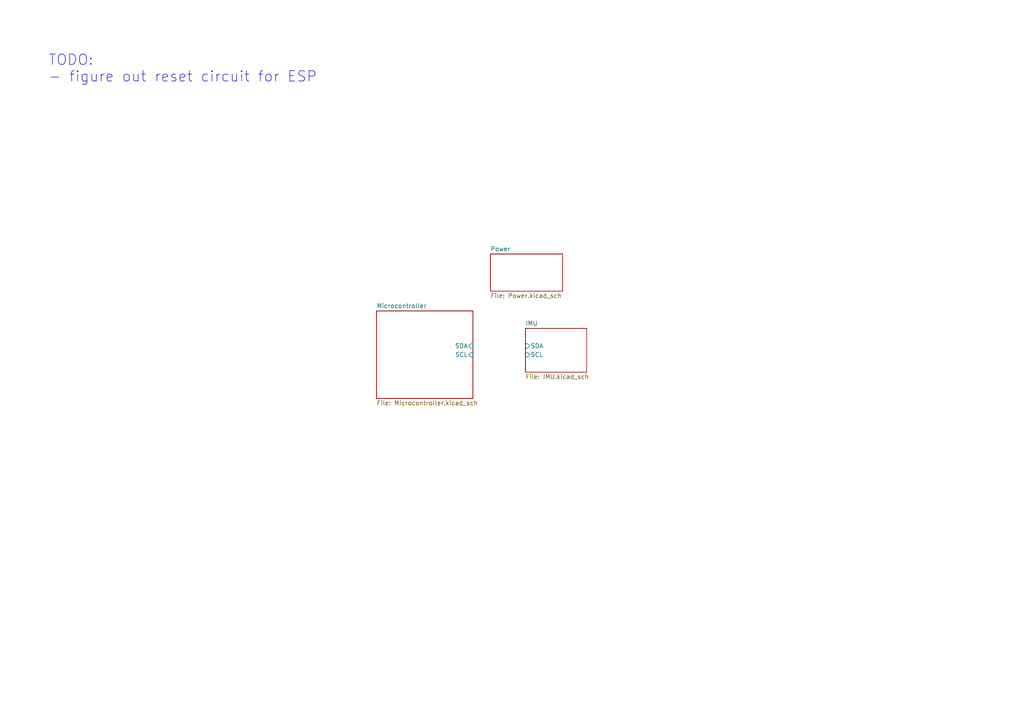
<source format=kicad_sch>
(kicad_sch (version 20230121) (generator eeschema)
  (paper "A4")
  (lib_symbols)
  (text "TODO:\n- figure out reset circuit for ESP\n" (at 13.97 24.13 0) (effects (font (size 3 3)) (justify left bottom)))
  (sheet (at 152.4 95.25) (size 17.78 12.7) (stroke (width 0.1524))
    (property "Sheetname" "IMU" (at 152.4 94.5384 0) (effects (justify left bottom)))
    (property "Sheetfile" "IMU.kicad_sch" (at 152.4 108.5346 0) (effects (justify left top)))
    (pin "SDA" input (at 152.4 100.33 180))
    (pin "SCL" input (at 152.4 102.87 180))
  )
  (sheet (at 109.22 90.17) (size 27.94 25.4) (stroke (width 0.1524))
    (property "Sheetname" "Microcontroller" (at 109.22 89.4584 0) (effects (justify left bottom)))
    (property "Sheetfile" "Microcontroller.kicad_sch" (at 109.22 116.1546 0) (effects (justify left top)))
    (pin "SDA" input (at 137.16 100.33 0))
    (pin "SCL" input (at 137.16 102.87 0))
  )
  (sheet (at 142.24 73.66) (size 20.955 10.795) (stroke (width 0.1524))
    (property "Sheetname" "Power" (at 142.24 72.9484 0) (effects (justify left bottom)))
    (property "Sheetfile" "Power.kicad_sch" (at 142.24 85.0396 0) (effects (justify left top)))
  )
)
</source>
